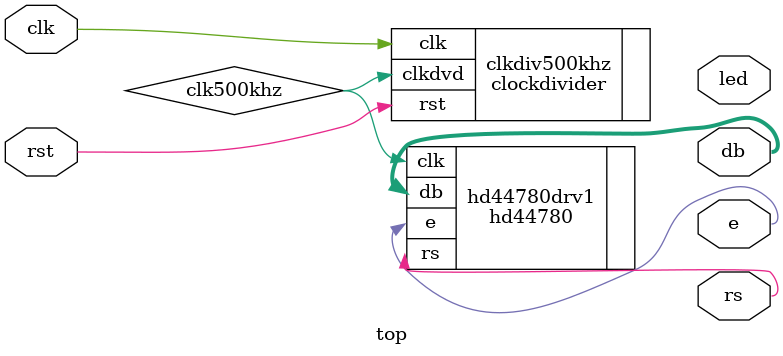
<source format=v>
`define LEDARRAY 6
`define LEDARRAYLAST `LEDARRAY-1
`define HD44780BUS 4
module top (
  input clk,
  input rst,
  output [`LEDARRAYLAST:0] led,
  output e,
  output rs,
  output [`HD44780BUS-1:0]db
);

wire clk500khz;
clockdivider 
  #(
    .CLOCK_COUNT(54)
  ) clkdiv500khz (
    .clk(clk), 
    .rst(rst),
    .clkdvd(clk500khz)
  );


hd44780 hd44780drv1 (
    .clk(clk500khz),
    .e(e),
    .rs(rs),
    .db(db)
);
endmodule

</source>
